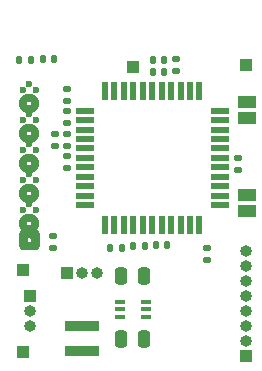
<source format=gbr>
%TF.GenerationSoftware,KiCad,Pcbnew,8.0.9-8.0.9-0~ubuntu22.04.1*%
%TF.CreationDate,2025-05-09T09:37:54+02:00*%
%TF.ProjectId,HB_Stamp_IO_ATMega1284P_FUEL4EP,48425f53-7461-46d7-905f-494f5f41544d,1.1*%
%TF.SameCoordinates,Original*%
%TF.FileFunction,Soldermask,Top*%
%TF.FilePolarity,Negative*%
%FSLAX46Y46*%
G04 Gerber Fmt 4.6, Leading zero omitted, Abs format (unit mm)*
G04 Created by KiCad (PCBNEW 8.0.9-8.0.9-0~ubuntu22.04.1) date 2025-05-09 09:37:54*
%MOMM*%
%LPD*%
G01*
G04 APERTURE LIST*
G04 Aperture macros list*
%AMRoundRect*
0 Rectangle with rounded corners*
0 $1 Rounding radius*
0 $2 $3 $4 $5 $6 $7 $8 $9 X,Y pos of 4 corners*
0 Add a 4 corners polygon primitive as box body*
4,1,4,$2,$3,$4,$5,$6,$7,$8,$9,$2,$3,0*
0 Add four circle primitives for the rounded corners*
1,1,$1+$1,$2,$3*
1,1,$1+$1,$4,$5*
1,1,$1+$1,$6,$7*
1,1,$1+$1,$8,$9*
0 Add four rect primitives between the rounded corners*
20,1,$1+$1,$2,$3,$4,$5,0*
20,1,$1+$1,$4,$5,$6,$7,0*
20,1,$1+$1,$6,$7,$8,$9,0*
20,1,$1+$1,$8,$9,$2,$3,0*%
%AMFreePoly0*
4,1,48,0.039158,0.847433,0.114805,0.827164,0.182628,0.788006,0.238006,0.732628,0.277164,0.664805,0.297433,0.589158,0.300000,0.550000,0.300000,-0.550000,0.297433,-0.589158,0.277164,-0.664805,0.238006,-0.732628,0.182628,-0.788006,0.114805,-0.827164,0.039158,-0.847433,0.000000,-0.850000,-1.100000,-0.850000,-1.139158,-0.847433,-1.214805,-0.827164,-1.282628,-0.788006,-1.338006,-0.732628,
-1.377164,-0.664805,-1.397433,-0.589158,-1.400000,-0.550000,-1.400000,0.000000,-0.705291,0.000000,-0.684486,-0.077646,-0.627646,-0.134486,-0.550000,-0.155291,-0.472354,-0.134486,-0.415514,-0.077646,-0.394709,0.000000,-0.415514,0.077645,-0.472354,0.134486,-0.550000,0.155291,-0.627645,0.134486,-0.684486,0.077645,-0.705291,0.000000,-1.400000,0.000000,-1.400000,0.550000,-1.397433,0.589158,
-1.377164,0.664805,-1.338006,0.732628,-1.282628,0.788006,-1.214805,0.827164,-1.139158,0.847433,-1.100000,0.850000,0.000000,0.850000,0.039158,0.847433,0.039158,0.847433,$1*%
%AMFreePoly1*
4,1,49,0.052363,0.295344,0.088849,0.295344,0.262664,0.258398,0.425000,0.186122,0.568761,0.081673,0.687664,-0.050383,0.776514,-0.204274,0.831425,-0.373275,0.850000,-0.550000,0.831425,-0.726725,0.776514,-0.895726,0.687664,-1.049617,0.568761,-1.181673,0.425000,-1.286122,0.262664,-1.358398,0.088849,-1.395344,-0.088849,-1.395344,-0.262664,-1.358398,-0.425000,-1.286122,-0.568761,-1.181673,
-0.687664,-1.049617,-0.776514,-0.895726,-0.831425,-0.726725,-0.850000,-0.550000,-0.155291,-0.550000,-0.134486,-0.627646,-0.077646,-0.684486,0.000000,-0.705291,0.077646,-0.684486,0.134486,-0.627646,0.155291,-0.550000,0.134486,-0.472355,0.077646,-0.415514,0.000000,-0.394709,-0.077645,-0.415514,-0.134486,-0.472355,-0.155291,-0.550000,-0.850000,-0.550000,-0.831425,-0.373275,-0.776514,-0.204274,
-0.687664,-0.050383,-0.568761,0.081673,-0.425000,0.186122,-0.262664,0.258398,-0.088849,0.295344,-0.052363,0.295344,-0.052094,0.295442,0.052094,0.295442,0.052363,0.295344,0.052363,0.295344,$1*%
G04 Aperture macros list end*
%ADD10R,1.000000X1.000000*%
%ADD11RoundRect,0.147500X-0.172500X0.147500X-0.172500X-0.147500X0.172500X-0.147500X0.172500X0.147500X0*%
%ADD12RoundRect,0.140000X0.170000X-0.140000X0.170000X0.140000X-0.170000X0.140000X-0.170000X-0.140000X0*%
%ADD13RoundRect,0.135000X0.185000X-0.135000X0.185000X0.135000X-0.185000X0.135000X-0.185000X-0.135000X0*%
%ADD14RoundRect,0.140000X-0.140000X-0.170000X0.140000X-0.170000X0.140000X0.170000X-0.140000X0.170000X0*%
%ADD15RoundRect,0.135000X-0.135000X-0.185000X0.135000X-0.185000X0.135000X0.185000X-0.135000X0.185000X0*%
%ADD16RoundRect,0.250000X-0.250000X-0.475000X0.250000X-0.475000X0.250000X0.475000X-0.250000X0.475000X0*%
%ADD17RoundRect,0.140000X0.140000X0.170000X-0.140000X0.170000X-0.140000X-0.170000X0.140000X-0.170000X0*%
%ADD18R,3.000000X0.900000*%
%ADD19RoundRect,0.100000X0.350000X0.100000X-0.350000X0.100000X-0.350000X-0.100000X0.350000X-0.100000X0*%
%ADD20R,0.550000X1.500000*%
%ADD21R,1.500000X0.550000*%
%ADD22O,1.000000X1.000000*%
%ADD23C,0.600000*%
%ADD24FreePoly0,180.000000*%
%ADD25FreePoly1,180.000000*%
%ADD26RoundRect,0.140000X-0.170000X0.140000X-0.170000X-0.140000X0.170000X-0.140000X0.170000X0.140000X0*%
%ADD27R,1.500000X1.000000*%
%ADD28RoundRect,0.135000X-0.185000X0.135000X-0.185000X-0.135000X0.185000X-0.135000X0.185000X0.135000X0*%
%ADD29RoundRect,0.147500X0.147500X0.172500X-0.147500X0.172500X-0.147500X-0.172500X0.147500X-0.172500X0*%
G04 APERTURE END LIST*
D10*
%TO.C,TP3*%
X10600000Y25900000D03*
%TD*%
D11*
%TO.C,D1*%
X4953000Y23980000D03*
X4953000Y23010000D03*
%TD*%
D12*
%TO.C,C1*%
X3810000Y10569000D03*
X3810000Y11529000D03*
%TD*%
D13*
%TO.C,R4*%
X4951000Y21080000D03*
X4951000Y22100000D03*
%TD*%
%TO.C,R1*%
X14224000Y25525000D03*
X14224000Y26545000D03*
%TD*%
D14*
%TO.C,C2*%
X12506000Y10829000D03*
X13466000Y10829000D03*
%TD*%
D12*
%TO.C,C4*%
X19429000Y17173000D03*
X19429000Y18133000D03*
%TD*%
D14*
%TO.C,C6*%
X12220000Y25400000D03*
X13180000Y25400000D03*
%TD*%
%TO.C,C8*%
X10601000Y10702000D03*
X11561000Y10702000D03*
%TD*%
D15*
%TO.C,R2*%
X8583200Y10515600D03*
X9603200Y10515600D03*
%TD*%
D16*
%TO.C,C5*%
X9575000Y2810000D03*
X11475000Y2810000D03*
%TD*%
D12*
%TO.C,C11*%
X4953000Y19205000D03*
X4953000Y20165000D03*
%TD*%
%TO.C,C12*%
X3937000Y19205000D03*
X3937000Y20165000D03*
%TD*%
D17*
%TO.C,C13*%
X3909000Y26543000D03*
X2949000Y26543000D03*
%TD*%
D18*
%TO.C,L1*%
X6207000Y1821000D03*
X6207000Y3921000D03*
%TD*%
D19*
%TO.C,U2*%
X11625000Y4700000D03*
X11625000Y5350000D03*
X11625000Y6000000D03*
X9425000Y6000000D03*
X9425000Y5350000D03*
X9425000Y4700000D03*
%TD*%
D16*
%TO.C,C9*%
X9575000Y8144000D03*
X11475000Y8144000D03*
%TD*%
D20*
%TO.C,U1*%
X16190000Y23861000D03*
X15390000Y23861000D03*
X14590000Y23861000D03*
X13790000Y23861000D03*
X12990000Y23861000D03*
X12190000Y23861000D03*
X11390000Y23861000D03*
X10590000Y23861000D03*
X9790000Y23861000D03*
X8990000Y23861000D03*
X8190000Y23861000D03*
D21*
X6490000Y22161000D03*
X6490000Y21361000D03*
X6490000Y20561000D03*
X6490000Y19761000D03*
X6490000Y18961000D03*
X6490000Y18161000D03*
X6490000Y17361000D03*
X6490000Y16561000D03*
X6490000Y15761000D03*
X6490000Y14961000D03*
X6490000Y14161000D03*
D20*
X8190000Y12461000D03*
X8990000Y12461000D03*
X9790000Y12461000D03*
X10590000Y12461000D03*
X11390000Y12461000D03*
X12190000Y12461000D03*
X12990000Y12461000D03*
X13790000Y12461000D03*
X14590000Y12461000D03*
X15390000Y12461000D03*
X16190000Y12461000D03*
D21*
X17890000Y14161000D03*
X17890000Y14961000D03*
X17890000Y15761000D03*
X17890000Y16561000D03*
X17890000Y17361000D03*
X17890000Y18161000D03*
X17890000Y18961000D03*
X17890000Y19761000D03*
X17890000Y20561000D03*
X17890000Y21361000D03*
X17890000Y22161000D03*
%TD*%
D17*
%TO.C,C3*%
X13180000Y26416000D03*
X12220000Y26416000D03*
%TD*%
D10*
%TO.C,J1*%
X1828800Y6451600D03*
D22*
X1828800Y5181600D03*
X1828800Y3911600D03*
%TD*%
D10*
%TO.C,J5*%
X4978400Y8382000D03*
D22*
X6248400Y8382000D03*
X7518400Y8382000D03*
%TD*%
D10*
%TO.C,J6*%
X20167600Y26009600D03*
%TD*%
D23*
%TO.C,J2*%
X2328000Y11176000D03*
X1778000Y10626000D03*
X1778000Y11726000D03*
D24*
X1228000Y11176000D03*
D23*
X2328000Y13716000D03*
D25*
X1778000Y13166000D03*
D23*
X1778000Y14266000D03*
X1228000Y13716000D03*
X2328000Y16256000D03*
D25*
X1778000Y15706000D03*
D23*
X1778000Y16806000D03*
X1228000Y16256000D03*
X2328000Y18796000D03*
D25*
X1778000Y18246000D03*
D23*
X1778000Y19346000D03*
X1228000Y18796000D03*
X2328000Y21336000D03*
D25*
X1778000Y20786000D03*
D23*
X1778000Y21886000D03*
X1228000Y21336000D03*
X2328000Y23876000D03*
D25*
X1778000Y23326000D03*
D23*
X1778000Y24426000D03*
X1228000Y23876000D03*
%TD*%
D10*
%TO.C,J4*%
X20167600Y1371600D03*
D22*
X20167600Y2641600D03*
X20167600Y3911600D03*
X20167600Y5181600D03*
X20167600Y6451600D03*
X20167600Y7721600D03*
X20167600Y8991600D03*
X20167600Y10261600D03*
%TD*%
D26*
%TO.C,C7*%
X4985000Y18294000D03*
X4985000Y17334000D03*
%TD*%
D27*
%TO.C,JP2*%
X20193000Y13701000D03*
X20193000Y15001000D03*
%TD*%
%TO.C,JP1*%
X20193000Y21575000D03*
X20193000Y22875000D03*
%TD*%
D28*
%TO.C,R3*%
X16865600Y10568400D03*
X16865600Y9548400D03*
%TD*%
D10*
%TO.C,TP2*%
X1270000Y1727200D03*
%TD*%
D29*
%TO.C,L2*%
X1882000Y26416000D03*
X912000Y26416000D03*
%TD*%
D10*
%TO.C,TP1*%
X1270000Y8636000D03*
%TD*%
M02*

</source>
